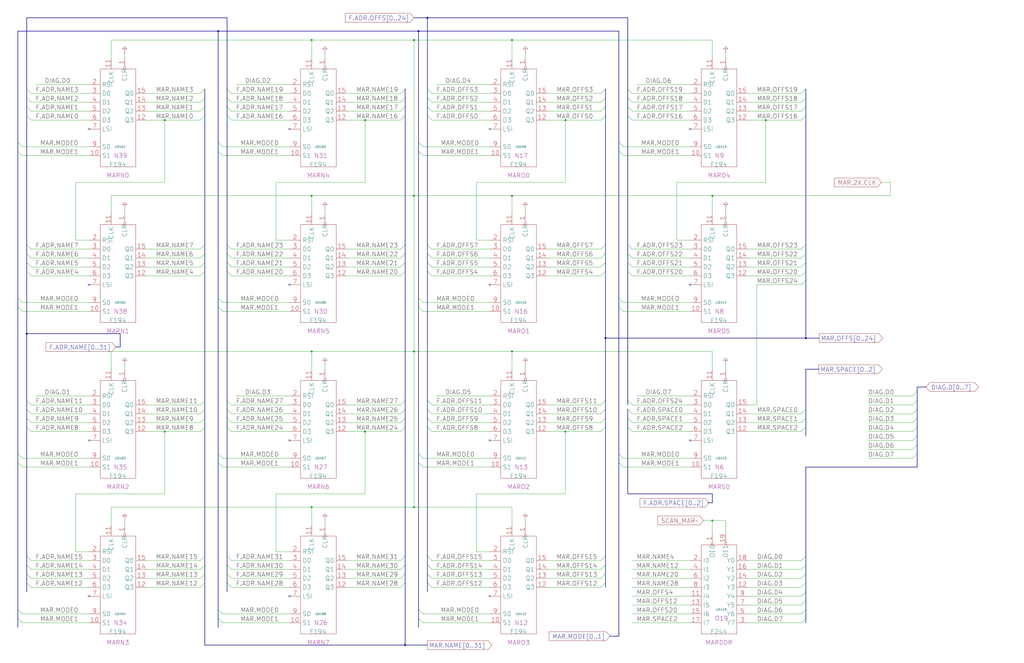
<source format=kicad_sch>
(kicad_sch (version 20250114) (generator "eeschema") (generator_version "9.0")
  (paper "User" 584.2 378.46)
  (title_block (title "MAR NAME AND OFFSET") (date "20-MAR-90") (rev "1.0") (comment 1 "FIU") (comment 2 "232-003065") (comment 3 "S400") (comment 4 "RELEASED"))
  (junction (at 406.4 297.18))
  (junction (at 292.1 200.66))
  (junction (at 406.4 111.76))
  (junction (at 236.22 111.76))
  (junction (at 292.1 22.86))
  (junction (at 231.14 368.3))
  (junction (at 236.22 200.66))
  (junction (at 177.8 22.86))
  (junction (at 292.1 111.76))
  (junction (at 243.84 10.16))
  (junction (at 322.58 246.38))
  (junction (at 236.22 22.86))
  (junction (at 208.28 68.58))
  (junction (at 177.8 289.56))
  (junction (at 15.24 190.5))
  (junction (at 236.22 289.56))
  (junction (at 208.28 246.38))
  (junction (at 93.98 68.58))
  (junction (at 322.58 68.58))
  (junction (at 124.46 17.78))
  (junction (at 177.8 111.76))
  (junction (at 345.44 193.04))
  (junction (at 93.98 246.38))
  (junction (at 459.74 193.04))
  (junction (at 177.8 200.66))
  (junction (at 238.76 17.78))
  (junction (at 436.88 68.58))
  (no_connect (at 279.4 251.46))
  (no_connect (at 50.8 340.36))
  (no_connect (at 165.1 73.66))
  (no_connect (at 279.4 73.66))
  (no_connect (at 279.4 162.56))
  (no_connect (at 50.8 162.56))
  (no_connect (at 165.1 340.36))
  (no_connect (at 393.7 251.46))
  (no_connect (at 165.1 251.46))
  (no_connect (at 279.4 340.36))
  (no_connect (at 165.1 162.56))
  (no_connect (at 393.7 73.66))
  (no_connect (at 50.8 73.66))
  (no_connect (at 393.7 162.56))
  (no_connect (at 50.8 251.46))
  (bus_entry (at 345.44 317.5) (size -2.54 2.54))
  (bus_entry (at 129.54 317.5) (size 2.54 2.54))
  (bus_entry (at 358.14 139.7) (size 2.54 2.54))
  (bus_entry (at 243.84 238.76) (size 2.54 2.54))
  (bus_entry (at 116.84 149.86) (size -2.54 2.54))
  (bus_entry (at 124.46 259.08) (size 2.54 2.54))
  (bus_entry (at 345.44 154.94) (size -2.54 2.54))
  (bus_entry (at 15.24 50.8) (size 2.54 2.54))
  (bus_entry (at 459.74 144.78) (size -2.54 2.54))
  (bus_entry (at 129.54 238.76) (size 2.54 2.54))
  (bus_entry (at 15.24 332.74) (size 2.54 2.54))
  (bus_entry (at 116.84 228.6) (size -2.54 2.54))
  (bus_entry (at 243.84 317.5) (size 2.54 2.54))
  (bus_entry (at 243.84 332.74) (size 2.54 2.54))
  (bus_entry (at 238.76 353.06) (size 2.54 2.54))
  (bus_entry (at 231.14 327.66) (size -2.54 2.54))
  (bus_entry (at 345.44 327.66) (size -2.54 2.54))
  (bus_entry (at 358.14 228.6) (size 2.54 2.54))
  (bus_entry (at 358.14 154.94) (size 2.54 2.54))
  (bus_entry (at 129.54 327.66) (size 2.54 2.54))
  (bus_entry (at 116.84 66.04) (size -2.54 2.54))
  (bus_entry (at 116.84 144.78) (size -2.54 2.54))
  (bus_entry (at 129.54 55.88) (size 2.54 2.54))
  (bus_entry (at 353.06 170.18) (size 2.54 2.54))
  (bus_entry (at 238.76 175.26) (size 2.54 2.54))
  (bus_entry (at 231.14 149.86) (size -2.54 2.54))
  (bus_entry (at 124.46 86.36) (size 2.54 2.54))
  (bus_entry (at 243.84 243.84) (size 2.54 2.54))
  (bus_entry (at 231.14 154.94) (size -2.54 2.54))
  (bus_entry (at 231.14 332.74) (size -2.54 2.54))
  (bus_entry (at 15.24 139.7) (size 2.54 2.54))
  (bus_entry (at 15.24 243.84) (size 2.54 2.54))
  (bus_entry (at 459.74 50.8) (size -2.54 2.54))
  (bus_entry (at 231.14 50.8) (size -2.54 2.54))
  (bus_entry (at 345.44 332.74) (size -2.54 2.54))
  (bus_entry (at 459.74 243.84) (size -2.54 2.54))
  (bus_entry (at 353.06 81.28) (size 2.54 2.54))
  (bus_entry (at 459.74 66.04) (size -2.54 2.54))
  (bus_entry (at 459.74 327.66) (size -2.54 2.54))
  (bus_entry (at 358.14 243.84) (size 2.54 2.54))
  (bus_entry (at 459.74 353.06) (size -2.54 2.54))
  (bus_entry (at 345.44 144.78) (size -2.54 2.54))
  (bus_entry (at 231.14 233.68) (size -2.54 2.54))
  (bus_entry (at 231.14 144.78) (size -2.54 2.54))
  (bus_entry (at 238.76 259.08) (size 2.54 2.54))
  (bus_entry (at 345.44 139.7) (size -2.54 2.54))
  (bus_entry (at 238.76 170.18) (size 2.54 2.54))
  (bus_entry (at 231.14 243.84) (size -2.54 2.54))
  (bus_entry (at 238.76 264.16) (size 2.54 2.54))
  (bus_entry (at 459.74 322.58) (size -2.54 2.54))
  (bus_entry (at 15.24 144.78) (size 2.54 2.54))
  (bus_entry (at 231.14 66.04) (size -2.54 2.54))
  (bus_entry (at 124.46 175.26) (size 2.54 2.54))
  (bus_entry (at 345.44 55.88) (size -2.54 2.54))
  (bus_entry (at 523.24 223.52) (size -2.54 2.54))
  (bus_entry (at 345.44 243.84) (size -2.54 2.54))
  (bus_entry (at 243.84 149.86) (size 2.54 2.54))
  (bus_entry (at 124.46 264.16) (size 2.54 2.54))
  (bus_entry (at 523.24 243.84) (size -2.54 2.54))
  (bus_entry (at 358.14 233.68) (size 2.54 2.54))
  (bus_entry (at 353.06 86.36) (size 2.54 2.54))
  (bus_entry (at 129.54 149.86) (size 2.54 2.54))
  (bus_entry (at 231.14 228.6) (size -2.54 2.54))
  (bus_entry (at 459.74 317.5) (size -2.54 2.54))
  (bus_entry (at 345.44 50.8) (size -2.54 2.54))
  (bus_entry (at 345.44 60.96) (size -2.54 2.54))
  (bus_entry (at 10.16 170.18) (size 2.54 2.54))
  (bus_entry (at 345.44 322.58) (size -2.54 2.54))
  (bus_entry (at 358.14 149.86) (size 2.54 2.54))
  (bus_entry (at 345.44 66.04) (size -2.54 2.54))
  (bus_entry (at 353.06 175.26) (size 2.54 2.54))
  (bus_entry (at 353.06 259.08) (size 2.54 2.54))
  (bus_entry (at 358.14 55.88) (size 2.54 2.54))
  (bus_entry (at 116.84 317.5) (size -2.54 2.54))
  (bus_entry (at 243.84 66.04) (size 2.54 2.54))
  (bus_entry (at 523.24 238.76) (size -2.54 2.54))
  (bus_entry (at 116.84 243.84) (size -2.54 2.54))
  (bus_entry (at 116.84 233.68) (size -2.54 2.54))
  (bus_entry (at 116.84 55.88) (size -2.54 2.54))
  (bus_entry (at 353.06 264.16) (size 2.54 2.54))
  (bus_entry (at 459.74 347.98) (size -2.54 2.54))
  (bus_entry (at 116.84 332.74) (size -2.54 2.54))
  (bus_entry (at 15.24 322.58) (size 2.54 2.54))
  (bus_entry (at 231.14 317.5) (size -2.54 2.54))
  (bus_entry (at 10.16 86.36) (size 2.54 2.54))
  (bus_entry (at 116.84 238.76) (size -2.54 2.54))
  (bus_entry (at 459.74 149.86) (size -2.54 2.54))
  (bus_entry (at 116.84 50.8) (size -2.54 2.54))
  (bus_entry (at 459.74 238.76) (size -2.54 2.54))
  (bus_entry (at 523.24 254) (size -2.54 2.54))
  (bus_entry (at 243.84 154.94) (size 2.54 2.54))
  (bus_entry (at 243.84 144.78) (size 2.54 2.54))
  (bus_entry (at 345.44 149.86) (size -2.54 2.54))
  (bus_entry (at 15.24 238.76) (size 2.54 2.54))
  (bus_entry (at 129.54 60.96) (size 2.54 2.54))
  (bus_entry (at 243.84 233.68) (size 2.54 2.54))
  (bus_entry (at 15.24 233.68) (size 2.54 2.54))
  (bus_entry (at 124.46 170.18) (size 2.54 2.54))
  (bus_entry (at 231.14 139.7) (size -2.54 2.54))
  (bus_entry (at 129.54 154.94) (size 2.54 2.54))
  (bus_entry (at 238.76 347.98) (size 2.54 2.54))
  (bus_entry (at 129.54 228.6) (size 2.54 2.54))
  (bus_entry (at 231.14 55.88) (size -2.54 2.54))
  (bus_entry (at 129.54 233.68) (size 2.54 2.54))
  (bus_entry (at 243.84 322.58) (size 2.54 2.54))
  (bus_entry (at 129.54 144.78) (size 2.54 2.54))
  (bus_entry (at 523.24 228.6) (size -2.54 2.54))
  (bus_entry (at 15.24 327.66) (size 2.54 2.54))
  (bus_entry (at 129.54 243.84) (size 2.54 2.54))
  (bus_entry (at 231.14 322.58) (size -2.54 2.54))
  (bus_entry (at 358.14 238.76) (size 2.54 2.54))
  (bus_entry (at 459.74 60.96) (size -2.54 2.54))
  (bus_entry (at 10.16 347.98) (size 2.54 2.54))
  (bus_entry (at 15.24 66.04) (size 2.54 2.54))
  (bus_entry (at 459.74 342.9) (size -2.54 2.54))
  (bus_entry (at 243.84 60.96) (size 2.54 2.54))
  (bus_entry (at 116.84 60.96) (size -2.54 2.54))
  (bus_entry (at 238.76 86.36) (size 2.54 2.54))
  (bus_entry (at 523.24 259.08) (size -2.54 2.54))
  (bus_entry (at 129.54 139.7) (size 2.54 2.54))
  (bus_entry (at 243.84 50.8) (size 2.54 2.54))
  (bus_entry (at 129.54 50.8) (size 2.54 2.54))
  (bus_entry (at 459.74 55.88) (size -2.54 2.54))
  (bus_entry (at 124.46 353.06) (size 2.54 2.54))
  (bus_entry (at 459.74 139.7) (size -2.54 2.54))
  (bus_entry (at 15.24 228.6) (size 2.54 2.54))
  (bus_entry (at 459.74 154.94) (size -2.54 2.54))
  (bus_entry (at 231.14 238.76) (size -2.54 2.54))
  (bus_entry (at 243.84 55.88) (size 2.54 2.54))
  (bus_entry (at 523.24 248.92) (size -2.54 2.54))
  (bus_entry (at 15.24 154.94) (size 2.54 2.54))
  (bus_entry (at 15.24 55.88) (size 2.54 2.54))
  (bus_entry (at 10.16 259.08) (size 2.54 2.54))
  (bus_entry (at 10.16 81.28) (size 2.54 2.54))
  (bus_entry (at 15.24 60.96) (size 2.54 2.54))
  (bus_entry (at 345.44 233.68) (size -2.54 2.54))
  (bus_entry (at 243.84 228.6) (size 2.54 2.54))
  (bus_entry (at 10.16 264.16) (size 2.54 2.54))
  (bus_entry (at 243.84 139.7) (size 2.54 2.54))
  (bus_entry (at 116.84 322.58) (size -2.54 2.54))
  (bus_entry (at 345.44 228.6) (size -2.54 2.54))
  (bus_entry (at 358.14 50.8) (size 2.54 2.54))
  (bus_entry (at 345.44 238.76) (size -2.54 2.54))
  (bus_entry (at 459.74 233.68) (size -2.54 2.54))
  (bus_entry (at 129.54 322.58) (size 2.54 2.54))
  (bus_entry (at 358.14 60.96) (size 2.54 2.54))
  (bus_entry (at 358.14 144.78) (size 2.54 2.54))
  (bus_entry (at 459.74 332.74) (size -2.54 2.54))
  (bus_entry (at 238.76 81.28) (size 2.54 2.54))
  (bus_entry (at 459.74 160.02) (size -2.54 2.54))
  (bus_entry (at 116.84 327.66) (size -2.54 2.54))
  (bus_entry (at 10.16 175.26) (size 2.54 2.54))
  (bus_entry (at 523.24 233.68) (size -2.54 2.54))
  (bus_entry (at 129.54 332.74) (size 2.54 2.54))
  (bus_entry (at 124.46 347.98) (size 2.54 2.54))
  (bus_entry (at 124.46 81.28) (size 2.54 2.54))
  (bus_entry (at 459.74 337.82) (size -2.54 2.54))
  (bus_entry (at 243.84 327.66) (size 2.54 2.54))
  (bus_entry (at 10.16 353.06) (size 2.54 2.54))
  (bus_entry (at 116.84 154.94) (size -2.54 2.54))
  (bus_entry (at 358.14 66.04) (size 2.54 2.54))
  (bus_entry (at 15.24 149.86) (size 2.54 2.54))
  (bus_entry (at 129.54 66.04) (size 2.54 2.54))
  (bus_entry (at 116.84 139.7) (size -2.54 2.54))
  (bus_entry (at 231.14 60.96) (size -2.54 2.54))
  (bus_entry (at 15.24 317.5) (size 2.54 2.54))
  (wire (pts (xy 360.68 152.4) (xy 393.7 152.4)))
  (wire (pts (xy 246.38 147.32) (xy 279.4 147.32)))
  (bus (pts (xy 129.54 55.88) (xy 129.54 60.96)))
  (wire (pts (xy 83.82 53.34) (xy 114.3 53.34)))
  (bus (pts (xy 68.58 198.12) (xy 68.58 190.5)))
  (wire (pts (xy 127 177.8) (xy 165.1 177.8)))
  (wire (pts (xy 355.6 88.9) (xy 393.7 88.9)))
  (wire (pts (xy 292.1 111.76) (xy 406.4 111.76)))
  (bus (pts (xy 459.74 243.84) (xy 459.74 248.92)))
  (bus (pts (xy 345.44 193.04) (xy 345.44 228.6)))
  (wire (pts (xy 241.3 261.62) (xy 279.4 261.62)))
  (wire (pts (xy 360.68 63.5) (xy 393.7 63.5)))
  (bus (pts (xy 231.14 317.5) (xy 231.14 322.58)))
  (bus (pts (xy 15.24 144.78) (xy 15.24 149.86)))
  (bus (pts (xy 358.14 154.94) (xy 358.14 228.6)))
  (bus (pts (xy 10.16 86.36) (xy 10.16 170.18)))
  (bus (pts (xy 231.14 149.86) (xy 231.14 154.94)))
  (wire (pts (xy 198.12 330.2) (xy 228.6 330.2)))
  (wire (pts (xy 12.7 355.6) (xy 50.8 355.6)))
  (bus (pts (xy 523.24 228.6) (xy 523.24 233.68)))
  (wire (pts (xy 360.68 340.36) (xy 393.7 340.36)))
  (wire (pts (xy 426.72 147.32) (xy 457.2 147.32)))
  (wire (pts (xy 360.68 330.2) (xy 393.7 330.2)))
  (bus (pts (xy 523.24 220.98) (xy 528.32 220.98)))
  (wire (pts (xy 271.78 281.94) (xy 271.78 314.96)))
  (wire (pts (xy 177.8 289.56) (xy 236.22 289.56)))
  (wire (pts (xy 177.8 22.86) (xy 236.22 22.86)))
  (bus (pts (xy 459.74 154.94) (xy 459.74 160.02)))
  (wire (pts (xy 426.72 325.12) (xy 457.2 325.12)))
  (bus (pts (xy 116.84 144.78) (xy 116.84 149.86)))
  (bus (pts (xy 124.46 81.28) (xy 124.46 86.36)))
  (wire (pts (xy 246.38 68.58) (xy 279.4 68.58)))
  (wire (pts (xy 132.08 320.04) (xy 165.1 320.04)))
  (bus (pts (xy 353.06 264.16) (xy 353.06 363.22)))
  (bus (pts (xy 129.54 144.78) (xy 129.54 149.86)))
  (bus (pts (xy 15.24 50.8) (xy 15.24 55.88)))
  (wire (pts (xy 312.42 236.22) (xy 342.9 236.22)))
  (bus (pts (xy 345.44 322.58) (xy 345.44 327.66)))
  (wire (pts (xy 177.8 111.76) (xy 177.8 121.92)))
  (wire (pts (xy 360.68 345.44) (xy 393.7 345.44)))
  (wire (pts (xy 17.78 325.12) (xy 50.8 325.12)))
  (wire (pts (xy 83.82 236.22) (xy 114.3 236.22)))
  (wire (pts (xy 426.72 340.36) (xy 457.2 340.36)))
  (wire (pts (xy 17.78 320.04) (xy 50.8 320.04)))
  (wire (pts (xy 360.68 241.3) (xy 393.7 241.3)))
  (bus (pts (xy 124.46 175.26) (xy 124.46 259.08)))
  (wire (pts (xy 271.78 314.96) (xy 279.4 314.96)))
  (bus (pts (xy 403.86 287.02) (xy 406.4 287.02)))
  (wire (pts (xy 17.78 63.5) (xy 50.8 63.5)))
  (bus (pts (xy 124.46 86.36) (xy 124.46 170.18)))
  (bus (pts (xy 358.14 55.88) (xy 358.14 60.96)))
  (bus (pts (xy 523.24 243.84) (xy 523.24 248.92)))
  (wire (pts (xy 208.28 104.14) (xy 157.48 104.14)))
  (wire (pts (xy 17.78 147.32) (xy 50.8 147.32)))
  (wire (pts (xy 177.8 200.66) (xy 236.22 200.66)))
  (wire (pts (xy 198.12 58.42) (xy 228.6 58.42)))
  (bus (pts (xy 231.14 55.88) (xy 231.14 60.96)))
  (wire (pts (xy 17.78 241.3) (xy 50.8 241.3)))
  (wire (pts (xy 198.12 320.04) (xy 228.6 320.04)))
  (wire (pts (xy 248.92 226.06) (xy 279.4 226.06)))
  (wire (pts (xy 241.3 177.8) (xy 279.4 177.8)))
  (wire (pts (xy 63.5 200.66) (xy 177.8 200.66)))
  (bus (pts (xy 243.84 149.86) (xy 243.84 154.94)))
  (wire (pts (xy 132.08 335.28) (xy 165.1 335.28)))
  (wire (pts (xy 63.5 111.76) (xy 177.8 111.76)))
  (bus (pts (xy 15.24 10.16) (xy 129.54 10.16)))
  (bus (pts (xy 459.74 317.5) (xy 459.74 322.58)))
  (wire (pts (xy 312.42 335.28) (xy 342.9 335.28)))
  (wire (pts (xy 127 266.7) (xy 165.1 266.7)))
  (wire (pts (xy 246.38 63.5) (xy 279.4 63.5)))
  (wire (pts (xy 83.82 335.28) (xy 114.3 335.28)))
  (wire (pts (xy 198.12 152.4) (xy 228.6 152.4)))
  (wire (pts (xy 426.72 236.22) (xy 457.2 236.22)))
  (bus (pts (xy 238.76 81.28) (xy 238.76 86.36)))
  (bus (pts (xy 243.84 228.6) (xy 243.84 233.68)))
  (bus (pts (xy 459.74 55.88) (xy 459.74 60.96)))
  (wire (pts (xy 236.22 22.86) (xy 236.22 111.76)))
  (wire (pts (xy 157.48 281.94) (xy 157.48 314.96)))
  (bus (pts (xy 243.84 327.66) (xy 243.84 332.74)))
  (wire (pts (xy 363.22 48.26) (xy 393.7 48.26)))
  (wire (pts (xy 246.38 241.3) (xy 279.4 241.3)))
  (bus (pts (xy 358.14 139.7) (xy 358.14 144.78)))
  (wire (pts (xy 246.38 152.4) (xy 279.4 152.4)))
  (bus (pts (xy 231.14 50.8) (xy 231.14 55.88)))
  (bus (pts (xy 345.44 327.66) (xy 345.44 332.74)))
  (wire (pts (xy 157.48 314.96) (xy 165.1 314.96)))
  (bus (pts (xy 116.84 322.58) (xy 116.84 327.66)))
  (wire (pts (xy 312.42 246.38) (xy 322.58 246.38)))
  (bus (pts (xy 15.24 66.04) (xy 15.24 139.7)))
  (wire (pts (xy 495.3 251.46) (xy 520.7 251.46)))
  (bus (pts (xy 129.54 50.8) (xy 129.54 55.88)))
  (wire (pts (xy 406.4 297.18) (xy 414.02 297.18)))
  (wire (pts (xy 208.28 281.94) (xy 157.48 281.94)))
  (bus (pts (xy 459.74 139.7) (xy 459.74 144.78)))
  (wire (pts (xy 360.68 236.22) (xy 393.7 236.22)))
  (wire (pts (xy 185.42 30.48) (xy 185.42 33.02)))
  (bus (pts (xy 459.74 266.7) (xy 523.24 266.7)))
  (bus (pts (xy 15.24 327.66) (xy 15.24 332.74)))
  (wire (pts (xy 414.02 304.8) (xy 414.02 297.18)))
  (bus (pts (xy 116.84 55.88) (xy 116.84 60.96)))
  (wire (pts (xy 83.82 231.14) (xy 114.3 231.14)))
  (bus (pts (xy 231.14 233.68) (xy 231.14 238.76)))
  (wire (pts (xy 132.08 53.34) (xy 165.1 53.34)))
  (wire (pts (xy 132.08 152.4) (xy 165.1 152.4)))
  (wire (pts (xy 406.4 304.8) (xy 406.4 297.18)))
  (wire (pts (xy 360.68 231.14) (xy 393.7 231.14)))
  (wire (pts (xy 246.38 236.22) (xy 279.4 236.22)))
  (bus (pts (xy 459.74 337.82) (xy 459.74 342.9)))
  (bus (pts (xy 15.24 238.76) (xy 15.24 243.84)))
  (wire (pts (xy 157.48 137.16) (xy 165.1 137.16)))
  (bus (pts (xy 231.14 154.94) (xy 231.14 228.6)))
  (wire (pts (xy 360.68 350.52) (xy 393.7 350.52)))
  (bus (pts (xy 345.44 193.04) (xy 459.74 193.04)))
  (wire (pts (xy 17.78 330.2) (xy 50.8 330.2)))
  (bus (pts (xy 347.98 363.22) (xy 353.06 363.22)))
  (wire (pts (xy 360.68 53.34) (xy 393.7 53.34)))
  (wire (pts (xy 292.1 200.66) (xy 292.1 210.82)))
  (bus (pts (xy 238.76 175.26) (xy 238.76 259.08)))
  (wire (pts (xy 406.4 22.86) (xy 406.4 33.02)))
  (wire (pts (xy 386.08 137.16) (xy 393.7 137.16)))
  (wire (pts (xy 322.58 281.94) (xy 271.78 281.94)))
  (wire (pts (xy 127 355.6) (xy 165.1 355.6)))
  (wire (pts (xy 83.82 325.12) (xy 114.3 325.12)))
  (bus (pts (xy 459.74 342.9) (xy 459.74 347.98)))
  (wire (pts (xy 436.88 68.58) (xy 457.2 68.58)))
  (bus (pts (xy 10.16 347.98) (xy 10.16 353.06)))
  (bus (pts (xy 243.84 243.84) (xy 243.84 317.5)))
  (bus (pts (xy 231.14 368.3) (xy 243.84 368.3)))
  (wire (pts (xy 495.3 226.06) (xy 520.7 226.06)))
  (bus (pts (xy 15.24 243.84) (xy 15.24 317.5)))
  (wire (pts (xy 436.88 68.58) (xy 436.88 104.14)))
  (bus (pts (xy 10.16 17.78) (xy 10.16 81.28)))
  (wire (pts (xy 426.72 152.4) (xy 457.2 152.4)))
  (bus (pts (xy 238.76 259.08) (xy 238.76 264.16)))
  (wire (pts (xy 63.5 22.86) (xy 63.5 33.02)))
  (wire (pts (xy 246.38 142.24) (xy 279.4 142.24)))
  (bus (pts (xy 243.84 238.76) (xy 243.84 243.84)))
  (bus (pts (xy 345.44 317.5) (xy 345.44 322.58)))
  (wire (pts (xy 43.18 281.94) (xy 43.18 314.96)))
  (bus (pts (xy 231.14 60.96) (xy 231.14 66.04)))
  (wire (pts (xy 132.08 142.24) (xy 165.1 142.24)))
  (bus (pts (xy 116.84 332.74) (xy 116.84 368.3)))
  (wire (pts (xy 208.28 246.38) (xy 228.6 246.38)))
  (wire (pts (xy 299.72 297.18) (xy 299.72 299.72)))
  (bus (pts (xy 459.74 210.82) (xy 459.74 233.68)))
  (bus (pts (xy 124.46 347.98) (xy 124.46 353.06)))
  (wire (pts (xy 134.62 226.06) (xy 165.1 226.06)))
  (wire (pts (xy 401.32 297.18) (xy 406.4 297.18)))
  (bus (pts (xy 459.74 66.04) (xy 459.74 139.7)))
  (wire (pts (xy 360.68 142.24) (xy 393.7 142.24)))
  (bus (pts (xy 231.14 243.84) (xy 231.14 317.5)))
  (bus (pts (xy 15.24 154.94) (xy 15.24 190.5)))
  (bus (pts (xy 345.44 332.74) (xy 345.44 335.28)))
  (wire (pts (xy 198.12 142.24) (xy 228.6 142.24)))
  (bus (pts (xy 129.54 60.96) (xy 129.54 66.04)))
  (wire (pts (xy 198.12 246.38) (xy 208.28 246.38)))
  (wire (pts (xy 426.72 58.42) (xy 457.2 58.42)))
  (wire (pts (xy 198.12 335.28) (xy 228.6 335.28)))
  (bus (pts (xy 238.76 170.18) (xy 238.76 175.26)))
  (bus (pts (xy 231.14 332.74) (xy 231.14 368.3)))
  (wire (pts (xy 12.7 88.9) (xy 50.8 88.9)))
  (bus (pts (xy 459.74 210.82) (xy 467.36 210.82)))
  (wire (pts (xy 241.3 350.52) (xy 279.4 350.52)))
  (bus (pts (xy 238.76 17.78) (xy 238.76 81.28)))
  (bus (pts (xy 243.84 139.7) (xy 243.84 144.78)))
  (wire (pts (xy 132.08 330.2) (xy 165.1 330.2)))
  (wire (pts (xy 198.12 157.48) (xy 228.6 157.48)))
  (wire (pts (xy 292.1 111.76) (xy 292.1 121.92)))
  (wire (pts (xy 63.5 22.86) (xy 177.8 22.86)))
  (wire (pts (xy 17.78 142.24) (xy 50.8 142.24)))
  (bus (pts (xy 231.14 144.78) (xy 231.14 149.86)))
  (bus (pts (xy 345.44 243.84) (xy 345.44 317.5)))
  (wire (pts (xy 508 104.14) (xy 502.92 104.14)))
  (bus (pts (xy 243.84 10.16) (xy 243.84 50.8)))
  (bus (pts (xy 353.06 175.26) (xy 353.06 259.08)))
  (wire (pts (xy 355.6 172.72) (xy 393.7 172.72)))
  (wire (pts (xy 426.72 63.5) (xy 457.2 63.5)))
  (wire (pts (xy 426.72 157.48) (xy 457.2 157.48)))
  (bus (pts (xy 353.06 86.36) (xy 353.06 170.18)))
  (wire (pts (xy 312.42 142.24) (xy 342.9 142.24)))
  (bus (pts (xy 243.84 10.16) (xy 358.14 10.16)))
  (wire (pts (xy 312.42 325.12) (xy 342.9 325.12)))
  (bus (pts (xy 116.84 368.3) (xy 231.14 368.3)))
  (bus (pts (xy 129.54 66.04) (xy 129.54 139.7)))
  (wire (pts (xy 132.08 231.14) (xy 165.1 231.14)))
  (wire (pts (xy 93.98 68.58) (xy 93.98 104.14)))
  (bus (pts (xy 116.84 60.96) (xy 116.84 66.04)))
  (bus (pts (xy 459.74 327.66) (xy 459.74 332.74)))
  (wire (pts (xy 83.82 320.04) (xy 114.3 320.04)))
  (wire (pts (xy 93.98 281.94) (xy 43.18 281.94)))
  (wire (pts (xy 185.42 208.28) (xy 185.42 210.82)))
  (wire (pts (xy 322.58 246.38) (xy 322.58 281.94)))
  (wire (pts (xy 426.72 68.58) (xy 436.88 68.58)))
  (bus (pts (xy 116.84 154.94) (xy 116.84 228.6)))
  (wire (pts (xy 292.1 289.56) (xy 292.1 299.72)))
  (wire (pts (xy 360.68 246.38) (xy 393.7 246.38)))
  (wire (pts (xy 292.1 22.86) (xy 292.1 33.02)))
  (wire (pts (xy 83.82 152.4) (xy 114.3 152.4)))
  (bus (pts (xy 345.44 66.04) (xy 345.44 139.7)))
  (wire (pts (xy 71.12 30.48) (xy 71.12 33.02)))
  (bus (pts (xy 243.84 322.58) (xy 243.84 327.66)))
  (wire (pts (xy 246.38 325.12) (xy 279.4 325.12)))
  (wire (pts (xy 426.72 142.24) (xy 457.2 142.24)))
  (wire (pts (xy 241.3 88.9) (xy 279.4 88.9)))
  (bus (pts (xy 231.14 238.76) (xy 231.14 243.84)))
  (wire (pts (xy 246.38 246.38) (xy 279.4 246.38)))
  (wire (pts (xy 177.8 22.86) (xy 177.8 33.02)))
  (bus (pts (xy 358.14 50.8) (xy 358.14 55.88)))
  (bus (pts (xy 10.16 259.08) (xy 10.16 264.16)))
  (bus (pts (xy 243.84 144.78) (xy 243.84 149.86)))
  (wire (pts (xy 241.3 172.72) (xy 279.4 172.72)))
  (wire (pts (xy 360.68 68.58) (xy 393.7 68.58)))
  (bus (pts (xy 116.84 327.66) (xy 116.84 332.74)))
  (wire (pts (xy 355.6 83.82) (xy 393.7 83.82)))
  (wire (pts (xy 132.08 241.3) (xy 165.1 241.3)))
  (bus (pts (xy 15.24 190.5) (xy 15.24 228.6)))
  (bus (pts (xy 15.24 139.7) (xy 15.24 144.78)))
  (wire (pts (xy 236.22 22.86) (xy 292.1 22.86)))
  (wire (pts (xy 360.68 335.28) (xy 393.7 335.28)))
  (wire (pts (xy 360.68 325.12) (xy 393.7 325.12)))
  (wire (pts (xy 312.42 152.4) (xy 342.9 152.4)))
  (bus (pts (xy 459.74 160.02) (xy 459.74 193.04)))
  (bus (pts (xy 358.14 233.68) (xy 358.14 238.76)))
  (wire (pts (xy 246.38 330.2) (xy 279.4 330.2)))
  (wire (pts (xy 322.58 104.14) (xy 271.78 104.14)))
  (wire (pts (xy 414.02 208.28) (xy 414.02 210.82)))
  (bus (pts (xy 353.06 259.08) (xy 353.06 264.16)))
  (bus (pts (xy 238.76 86.36) (xy 238.76 170.18)))
  (wire (pts (xy 312.42 330.2) (xy 342.9 330.2)))
  (wire (pts (xy 127 350.52) (xy 165.1 350.52)))
  (wire (pts (xy 63.5 289.56) (xy 177.8 289.56)))
  (bus (pts (xy 459.74 353.06) (xy 459.74 355.6)))
  (wire (pts (xy 312.42 68.58) (xy 322.58 68.58)))
  (wire (pts (xy 12.7 83.82) (xy 50.8 83.82)))
  (wire (pts (xy 386.08 104.14) (xy 386.08 137.16)))
  (wire (pts (xy 246.38 320.04) (xy 279.4 320.04)))
  (wire (pts (xy 355.6 261.62) (xy 393.7 261.62)))
  (bus (pts (xy 459.74 238.76) (xy 459.74 243.84)))
  (wire (pts (xy 360.68 58.42) (xy 393.7 58.42)))
  (bus (pts (xy 10.16 264.16) (xy 10.16 347.98)))
  (bus (pts (xy 231.14 327.66) (xy 231.14 332.74)))
  (bus (pts (xy 243.84 66.04) (xy 243.84 139.7)))
  (wire (pts (xy 198.12 236.22) (xy 228.6 236.22)))
  (bus (pts (xy 459.74 149.86) (xy 459.74 154.94)))
  (wire (pts (xy 241.3 83.82) (xy 279.4 83.82)))
  (wire (pts (xy 83.82 330.2) (xy 114.3 330.2)))
  (wire (pts (xy 83.82 142.24) (xy 114.3 142.24)))
  (bus (pts (xy 523.24 248.92) (xy 523.24 254)))
  (bus (pts (xy 459.74 322.58) (xy 459.74 327.66)))
  (bus (pts (xy 10.16 353.06) (xy 10.16 358.14)))
  (bus (pts (xy 129.54 228.6) (xy 129.54 233.68)))
  (wire (pts (xy 312.42 53.34) (xy 342.9 53.34)))
  (wire (pts (xy 83.82 241.3) (xy 114.3 241.3)))
  (wire (pts (xy 426.72 330.2) (xy 457.2 330.2)))
  (bus (pts (xy 124.46 259.08) (xy 124.46 264.16)))
  (wire (pts (xy 292.1 22.86) (xy 406.4 22.86)))
  (wire (pts (xy 198.12 53.34) (xy 228.6 53.34)))
  (wire (pts (xy 17.78 152.4) (xy 50.8 152.4)))
  (bus (pts (xy 116.84 238.76) (xy 116.84 243.84)))
  (bus (pts (xy 10.16 81.28) (xy 10.16 86.36)))
  (wire (pts (xy 241.3 355.6) (xy 279.4 355.6)))
  (wire (pts (xy 12.7 172.72) (xy 50.8 172.72)))
  (bus (pts (xy 116.84 50.8) (xy 116.84 55.88)))
  (bus (pts (xy 345.44 144.78) (xy 345.44 149.86)))
  (bus (pts (xy 129.54 243.84) (xy 129.54 317.5)))
  (wire (pts (xy 127 172.72) (xy 165.1 172.72)))
  (wire (pts (xy 426.72 355.6) (xy 457.2 355.6)))
  (wire (pts (xy 43.18 137.16) (xy 50.8 137.16)))
  (wire (pts (xy 20.32 48.26) (xy 50.8 48.26)))
  (wire (pts (xy 208.28 68.58) (xy 208.28 104.14)))
  (wire (pts (xy 71.12 119.38) (xy 71.12 121.92)))
  (bus (pts (xy 345.44 233.68) (xy 345.44 238.76)))
  (wire (pts (xy 157.48 104.14) (xy 157.48 137.16)))
  (bus (pts (xy 236.22 10.16) (xy 243.84 10.16)))
  (wire (pts (xy 406.4 200.66) (xy 406.4 210.82)))
  (wire (pts (xy 132.08 63.5) (xy 165.1 63.5)))
  (wire (pts (xy 17.78 231.14) (xy 50.8 231.14)))
  (wire (pts (xy 83.82 58.42) (xy 114.3 58.42)))
  (wire (pts (xy 406.4 111.76) (xy 508 111.76)))
  (bus (pts (xy 238.76 17.78) (xy 353.06 17.78)))
  (bus (pts (xy 243.84 332.74) (xy 243.84 337.82)))
  (wire (pts (xy 312.42 63.5) (xy 342.9 63.5)))
  (bus (pts (xy 124.46 353.06) (xy 124.46 358.14)))
  (wire (pts (xy 132.08 246.38) (xy 165.1 246.38)))
  (bus (pts (xy 345.44 139.7) (xy 345.44 144.78)))
  (bus (pts (xy 459.74 50.8) (xy 459.74 55.88)))
  (wire (pts (xy 12.7 261.62) (xy 50.8 261.62)))
  (wire (pts (xy 246.38 58.42) (xy 279.4 58.42)))
  (wire (pts (xy 134.62 48.26) (xy 165.1 48.26)))
  (bus (pts (xy 129.54 154.94) (xy 129.54 228.6)))
  (bus (pts (xy 345.44 60.96) (xy 345.44 66.04)))
  (bus (pts (xy 129.54 149.86) (xy 129.54 154.94)))
  (bus (pts (xy 243.84 60.96) (xy 243.84 66.04)))
  (wire (pts (xy 271.78 104.14) (xy 271.78 137.16)))
  (bus (pts (xy 68.58 190.5) (xy 15.24 190.5)))
  (wire (pts (xy 236.22 200.66) (xy 292.1 200.66)))
  (bus (pts (xy 10.16 170.18) (xy 10.16 175.26)))
  (bus (pts (xy 15.24 332.74) (xy 15.24 337.82)))
  (bus (pts (xy 129.54 238.76) (xy 129.54 243.84)))
  (bus (pts (xy 15.24 10.16) (xy 15.24 50.8)))
  (wire (pts (xy 185.42 119.38) (xy 185.42 121.92)))
  (bus (pts (xy 15.24 233.68) (xy 15.24 238.76)))
  (wire (pts (xy 17.78 157.48) (xy 50.8 157.48)))
  (wire (pts (xy 426.72 335.28) (xy 457.2 335.28)))
  (bus (pts (xy 238.76 264.16) (xy 238.76 347.98)))
  (wire (pts (xy 83.82 157.48) (xy 114.3 157.48)))
  (bus (pts (xy 15.24 149.86) (xy 15.24 154.94)))
  (wire (pts (xy 322.58 68.58) (xy 322.58 104.14)))
  (wire (pts (xy 198.12 63.5) (xy 228.6 63.5)))
  (wire (pts (xy 508 111.76) (xy 508 104.14)))
  (wire (pts (xy 363.22 226.06) (xy 393.7 226.06)))
  (wire (pts (xy 299.72 208.28) (xy 299.72 210.82)))
  (bus (pts (xy 129.54 139.7) (xy 129.54 144.78)))
  (wire (pts (xy 198.12 68.58) (xy 208.28 68.58)))
  (bus (pts (xy 523.24 233.68) (xy 523.24 238.76)))
  (wire (pts (xy 292.1 200.66) (xy 406.4 200.66)))
  (bus (pts (xy 523.24 223.52) (xy 523.24 228.6)))
  (bus (pts (xy 124.46 264.16) (xy 124.46 347.98)))
  (wire (pts (xy 93.98 246.38) (xy 114.3 246.38)))
  (wire (pts (xy 83.82 68.58) (xy 93.98 68.58)))
  (bus (pts (xy 358.14 144.78) (xy 358.14 149.86)))
  (wire (pts (xy 17.78 58.42) (xy 50.8 58.42)))
  (wire (pts (xy 198.12 241.3) (xy 228.6 241.3)))
  (wire (pts (xy 457.2 162.56) (xy 431.8 162.56)))
  (bus (pts (xy 243.84 233.68) (xy 243.84 238.76)))
  (wire (pts (xy 299.72 119.38) (xy 299.72 121.92)))
  (bus (pts (xy 459.74 233.68) (xy 459.74 238.76)))
  (wire (pts (xy 241.3 266.7) (xy 279.4 266.7)))
  (wire (pts (xy 132.08 325.12) (xy 165.1 325.12)))
  (bus (pts (xy 243.84 154.94) (xy 243.84 228.6)))
  (bus (pts (xy 523.24 254) (xy 523.24 259.08)))
  (wire (pts (xy 177.8 111.76) (xy 236.22 111.76)))
  (wire (pts (xy 17.78 335.28) (xy 50.8 335.28)))
  (bus (pts (xy 353.06 170.18) (xy 353.06 175.26)))
  (wire (pts (xy 360.68 320.04) (xy 393.7 320.04)))
  (bus (pts (xy 231.14 66.04) (xy 231.14 139.7)))
  (wire (pts (xy 208.28 68.58) (xy 228.6 68.58)))
  (wire (pts (xy 236.22 289.56) (xy 292.1 289.56)))
  (bus (pts (xy 459.74 332.74) (xy 459.74 337.82)))
  (bus (pts (xy 243.84 55.88) (xy 243.84 60.96)))
  (wire (pts (xy 246.38 231.14) (xy 279.4 231.14)))
  (wire (pts (xy 246.38 157.48) (xy 279.4 157.48)))
  (bus (pts (xy 358.14 243.84) (xy 358.14 281.94)))
  (wire (pts (xy 93.98 246.38) (xy 93.98 281.94)))
  (bus (pts (xy 459.74 347.98) (xy 459.74 353.06)))
  (wire (pts (xy 177.8 289.56) (xy 177.8 299.72)))
  (wire (pts (xy 236.22 111.76) (xy 236.22 200.66)))
  (bus (pts (xy 358.14 281.94) (xy 406.4 281.94)))
  (bus (pts (xy 523.24 220.98) (xy 523.24 223.52)))
  (wire (pts (xy 12.7 266.7) (xy 50.8 266.7)))
  (wire (pts (xy 360.68 147.32) (xy 393.7 147.32)))
  (wire (pts (xy 71.12 297.18) (xy 71.12 299.72)))
  (bus (pts (xy 345.44 154.94) (xy 345.44 193.04)))
  (bus (pts (xy 406.4 281.94) (xy 406.4 287.02)))
  (bus (pts (xy 459.74 60.96) (xy 459.74 66.04)))
  (wire (pts (xy 127 83.82) (xy 165.1 83.82)))
  (bus (pts (xy 243.84 317.5) (xy 243.84 322.58)))
  (bus (pts (xy 129.54 10.16) (xy 129.54 50.8)))
  (wire (pts (xy 17.78 53.34) (xy 50.8 53.34)))
  (wire (pts (xy 132.08 68.58) (xy 165.1 68.58)))
  (bus (pts (xy 345.44 55.88) (xy 345.44 60.96)))
  (wire (pts (xy 426.72 350.52) (xy 457.2 350.52)))
  (wire (pts (xy 83.82 63.5) (xy 114.3 63.5)))
  (bus (pts (xy 358.14 60.96) (xy 358.14 66.04)))
  (wire (pts (xy 431.8 231.14) (xy 426.72 231.14)))
  (bus (pts (xy 358.14 149.86) (xy 358.14 154.94)))
  (wire (pts (xy 246.38 53.34) (xy 279.4 53.34)))
  (bus (pts (xy 129.54 332.74) (xy 129.54 337.82)))
  (bus (pts (xy 124.46 17.78) (xy 124.46 81.28)))
  (bus (pts (xy 523.24 238.76) (xy 523.24 243.84)))
  (bus (pts (xy 116.84 317.5) (xy 116.84 322.58)))
  (wire (pts (xy 17.78 68.58) (xy 50.8 68.58)))
  (wire (pts (xy 495.3 241.3) (xy 520.7 241.3)))
  (wire (pts (xy 355.6 266.7) (xy 393.7 266.7)))
  (bus (pts (xy 345.44 238.76) (xy 345.44 243.84)))
  (wire (pts (xy 127 88.9) (xy 165.1 88.9)))
  (bus (pts (xy 238.76 353.06) (xy 238.76 358.14)))
  (wire (pts (xy 322.58 68.58) (xy 342.9 68.58)))
  (wire (pts (xy 360.68 355.6) (xy 393.7 355.6)))
  (bus (pts (xy 10.16 17.78) (xy 124.46 17.78)))
  (wire (pts (xy 246.38 335.28) (xy 279.4 335.28)))
  (bus (pts (xy 523.24 259.08) (xy 523.24 266.7)))
  (bus (pts (xy 238.76 347.98) (xy 238.76 353.06)))
  (bus (pts (xy 353.06 17.78) (xy 353.06 81.28)))
  (wire (pts (xy 322.58 246.38) (xy 342.9 246.38)))
  (bus (pts (xy 15.24 322.58) (xy 15.24 327.66)))
  (bus (pts (xy 129.54 233.68) (xy 129.54 238.76)))
  (wire (pts (xy 414.02 119.38) (xy 414.02 121.92)))
  (bus (pts (xy 129.54 322.58) (xy 129.54 327.66)))
  (bus (pts (xy 10.16 175.26) (xy 10.16 259.08)))
  (wire (pts (xy 198.12 231.14) (xy 228.6 231.14)))
  (wire (pts (xy 495.3 261.62) (xy 520.7 261.62)))
  (wire (pts (xy 132.08 147.32) (xy 165.1 147.32)))
  (wire (pts (xy 177.8 200.66) (xy 177.8 210.82)))
  (bus (pts (xy 116.84 243.84) (xy 116.84 317.5)))
  (wire (pts (xy 312.42 231.14) (xy 342.9 231.14)))
  (wire (pts (xy 17.78 236.22) (xy 50.8 236.22)))
  (bus (pts (xy 15.24 317.5) (xy 15.24 322.58)))
  (wire (pts (xy 63.5 200.66) (xy 63.5 210.82)))
  (bus (pts (xy 345.44 50.8) (xy 345.44 55.88)))
  (wire (pts (xy 236.22 111.76) (xy 292.1 111.76)))
  (wire (pts (xy 312.42 147.32) (xy 342.9 147.32)))
  (wire (pts (xy 93.98 68.58) (xy 114.3 68.58)))
  (wire (pts (xy 83.82 147.32) (xy 114.3 147.32)))
  (bus (pts (xy 66.04 198.12) (xy 68.58 198.12)))
  (wire (pts (xy 198.12 325.12) (xy 228.6 325.12)))
  (bus (pts (xy 459.74 193.04) (xy 467.36 193.04)))
  (bus (pts (xy 459.74 144.78) (xy 459.74 149.86)))
  (bus (pts (xy 231.14 139.7) (xy 231.14 144.78)))
  (wire (pts (xy 495.3 231.14) (xy 520.7 231.14)))
  (wire (pts (xy 83.82 246.38) (xy 93.98 246.38)))
  (bus (pts (xy 358.14 228.6) (xy 358.14 231.14)))
  (wire (pts (xy 12.7 177.8) (xy 50.8 177.8)))
  (wire (pts (xy 132.08 236.22) (xy 165.1 236.22)))
  (bus (pts (xy 353.06 81.28) (xy 353.06 86.36)))
  (bus (pts (xy 358.14 10.16) (xy 358.14 50.8)))
  (bus (pts (xy 116.84 228.6) (xy 116.84 233.68)))
  (bus (pts (xy 345.44 149.86) (xy 345.44 154.94)))
  (wire (pts (xy 495.3 236.22) (xy 520.7 236.22)))
  (bus (pts (xy 116.84 139.7) (xy 116.84 144.78)))
  (bus (pts (xy 459.74 266.7) (xy 459.74 317.5)))
  (wire (pts (xy 127 261.62) (xy 165.1 261.62)))
  (wire (pts (xy 17.78 246.38) (xy 50.8 246.38)))
  (bus (pts (xy 358.14 66.04) (xy 358.14 139.7)))
  (bus (pts (xy 129.54 317.5) (xy 129.54 322.58)))
  (bus (pts (xy 116.84 66.04) (xy 116.84 139.7)))
  (bus (pts (xy 124.46 170.18) (xy 124.46 175.26)))
  (wire (pts (xy 312.42 157.48) (xy 342.9 157.48)))
  (wire (pts (xy 198.12 147.32) (xy 228.6 147.32)))
  (wire (pts (xy 63.5 111.76) (xy 63.5 121.92)))
  (wire (pts (xy 43.18 104.14) (xy 43.18 137.16)))
  (wire (pts (xy 236.22 200.66) (xy 236.22 289.56)))
  (wire (pts (xy 426.72 320.04) (xy 457.2 320.04)))
  (bus (pts (xy 124.46 17.78) (xy 238.76 17.78)))
  (bus (pts (xy 129.54 327.66) (xy 129.54 332.74)))
  (bus (pts (xy 116.84 149.86) (xy 116.84 154.94)))
  (wire (pts (xy 312.42 320.04) (xy 342.9 320.04)))
  (wire (pts (xy 248.92 48.26) (xy 279.4 48.26)))
  (bus (pts (xy 231.14 322.58) (xy 231.14 327.66)))
  (wire (pts (xy 312.42 58.42) (xy 342.9 58.42)))
  (wire (pts (xy 299.72 30.48) (xy 299.72 33.02)))
  (wire (pts (xy 414.02 30.48) (xy 414.02 33.02)))
  (bus (pts (xy 116.84 233.68) (xy 116.84 238.76)))
  (wire (pts (xy 426.72 241.3) (xy 457.2 241.3)))
  (wire (pts (xy 43.18 314.96) (xy 50.8 314.96)))
  (wire (pts (xy 355.6 177.8) (xy 393.7 177.8)))
  (wire (pts (xy 406.4 111.76) (xy 406.4 121.92)))
  (wire (pts (xy 431.8 162.56) (xy 431.8 231.14)))
  (wire (pts (xy 132.08 58.42) (xy 165.1 58.42)))
  (wire (pts (xy 132.08 157.48) (xy 165.1 157.48)))
  (wire (pts (xy 495.3 246.38) (xy 520.7 246.38)))
  (bus (pts (xy 15.24 60.96) (xy 15.24 66.04)))
  (bus (pts (xy 15.24 228.6) (xy 15.24 233.68)))
  (bus (pts (xy 358.14 238.76) (xy 358.14 243.84)))
  (wire (pts (xy 426.72 246.38) (xy 457.2 246.38)))
  (bus (pts (xy 231.14 228.6) (xy 231.14 233.68)))
  (wire (pts (xy 20.32 226.06) (xy 50.8 226.06)))
  (wire (pts (xy 495.3 256.54) (xy 520.7 256.54)))
  (wire (pts (xy 426.72 53.34) (xy 457.2 53.34)))
  (wire (pts (xy 63.5 289.56) (xy 63.5 299.72)))
  (wire (pts (xy 12.7 350.52) (xy 50.8 350.52)))
  (bus (pts (xy 345.44 228.6) (xy 345.44 233.68)))
  (wire (pts (xy 426.72 345.44) (xy 457.2 345.44)))
  (wire (pts (xy 93.98 104.14) (xy 43.18 104.14)))
  (wire (pts (xy 71.12 208.28) (xy 71.12 210.82)))
  (wire (pts (xy 436.88 104.14) (xy 386.08 104.14)))
  (wire (pts (xy 312.42 241.3) (xy 342.9 241.3)))
  (wire (pts (xy 360.68 157.48) (xy 393.7 157.48)))
  (wire (pts (xy 185.42 297.18) (xy 185.42 299.72)))
  (wire (pts (xy 208.28 246.38) (xy 208.28 281.94)))
  (bus (pts (xy 15.24 55.88) (xy 15.24 60.96)))
  (wire (pts (xy 271.78 137.16) (xy 279.4 137.16)))
  (bus (pts (xy 243.84 50.8) (xy 243.84 55.88)))
  (label "MAR.OFFS13" (at 317.5 330.2 0) (effects (font (size 2.54 2.54))))
  (label "DIAG.D7" (at 495.3 261.62 0) (effects (font (size 2.54 2.54))))
  (label "MAR.MODE0" (at 365.76 83.82 0) (effects (font (size 2.54 2.54))))
  (label "DIAG.D6" (at 495.3 256.54 0) (effects (font (size 2.54 2.54))))
  (label "MAR.MODE0" (at 137.16 350.52 0) (effects (font (size 2.54 2.54))))
  (label "F.ADR.OFFS21" (at 363.22 152.4 0) (effects (font (size 2.54 2.54))))
  (label "MAR.NAME4" (at 88.9 157.48 0) (effects (font (size 2.54 2.54))))
  (label "MAR.NAME21" (at 203.2 152.4 0) (effects (font (size 2.54 2.54))))
  (label "F.ADR.NAME22" (at 134.62 147.32 0) (effects (font (size 2.54 2.54))))
  (label "DIAG.D7" (at 368.3 226.06 0) (effects (font (size 2.54 2.54))))
  (label "DIAG.D5" (at 495.3 251.46 0) (effects (font (size 2.54 2.54))))
  (label "MAR.NAME12" (at 88.9 335.28 0) (effects (font (size 2.54 2.54))))
  (label "DIAG.D1" (at 431.8 325.12 0) (effects (font (size 2.54 2.54))))
  (label "MAR.MODE0" (at 251.46 83.82 0) (effects (font (size 2.54 2.54))))
  (label "MAR.NAME14" (at 88.9 325.12 0) (effects (font (size 2.54 2.54))))
  (label "F.ADR.OFFS23" (at 363.22 142.24 0) (effects (font (size 2.54 2.54))))
  (label "MAR.MODE0" (at 251.46 350.52 0) (effects (font (size 2.54 2.54))))
  (label "F.ADR.NAME13" (at 20.32 330.2 0) (effects (font (size 2.54 2.54))))
  (label "MAR.NAME13" (at 88.9 330.2 0) (effects (font (size 2.54 2.54))))
  (label "MAR.OFFS21" (at 431.8 152.4 0) (effects (font (size 2.54 2.54))))
  (label "F.ADR.OFFS4" (at 248.92 157.48 0) (effects (font (size 2.54 2.54))))
  (label "MAR.MODE1" (at 365.76 88.9 0) (effects (font (size 2.54 2.54))))
  (label "MAR.MODE1" (at 22.86 355.6 0) (effects (font (size 2.54 2.54))))
  (label "MAR.NAME29" (at 203.2 330.2 0) (effects (font (size 2.54 2.54))))
  (label "F.ADR.NAME26" (at 134.62 236.22 0) (effects (font (size 2.54 2.54))))
  (label "F.ADR.NAME18" (at 134.62 58.42 0) (effects (font (size 2.54 2.54))))
  (label "F.ADR.OFFS20" (at 363.22 157.48 0) (effects (font (size 2.54 2.54))))
  (label "F.ADR.NAME5" (at 20.32 152.4 0) (effects (font (size 2.54 2.54))))
  (label "MAR.OFFS10" (at 317.5 236.22 0) (effects (font (size 2.54 2.54))))
  (label "MAR.NAME26" (at 203.2 236.22 0) (effects (font (size 2.54 2.54))))
  (label "MAR.MODE1" (at 137.16 266.7 0) (effects (font (size 2.54 2.54))))
  (label "DIAG.D4" (at 254 48.26 0) (effects (font (size 2.54 2.54))))
  (label "MAR.SPACE2" (at 431.8 246.38 0) (effects (font (size 2.54 2.54))))
  (label "MAR.NAME1" (at 88.9 63.5 0) (effects (font (size 2.54 2.54))))
  (label "MAR.NAME28" (at 363.22 335.28 0) (effects (font (size 2.54 2.54))))
  (label "DIAG.D2" (at 139.7 48.26 0) (effects (font (size 2.54 2.54))))
  (label "F.ADR.NAME20" (at 134.62 157.48 0) (effects (font (size 2.54 2.54))))
  (label "F.ADR.OFFS1" (at 248.92 63.5 0) (effects (font (size 2.54 2.54))))
  (label "MAR.NAME4" (at 363.22 320.04 0) (effects (font (size 2.54 2.54))))
  (label "MAR.MODE0" (at 248.92 172.72 0) (effects (font (size 2.54 2.54))))
  (label "F.ADR.OFFS15" (at 248.92 320.04 0) (effects (font (size 2.54 2.54))))
  (label "MAR.OFFS4" (at 317.5 157.48 0) (effects (font (size 2.54 2.54))))
  (label "MAR.MODE0" (at 22.86 83.82 0) (effects (font (size 2.54 2.54))))
  (label "MAR.NAME20" (at 203.2 157.48 0) (effects (font (size 2.54 2.54))))
  (label "F.ADR.OFFS7" (at 248.92 142.24 0) (effects (font (size 2.54 2.54))))
  (label "F.ADR.OFFS5" (at 248.92 152.4 0) (effects (font (size 2.54 2.54))))
  (label "MAR.OFFS18" (at 431.8 58.42 0) (effects (font (size 2.54 2.54))))
  (label "MAR.MODE1" (at 248.92 177.8 0) (effects (font (size 2.54 2.54))))
  (label "MAR.NAME17" (at 203.2 63.5 0) (effects (font (size 2.54 2.54))))
  (label "MAR.SPACE2" (at 363.22 355.6 0) (effects (font (size 2.54 2.54))))
  (label "DIAG.D5" (at 431.8 345.44 0) (effects (font (size 2.54 2.54))))
  (label "MAR.NAME8" (at 88.9 246.38 0) (effects (font (size 2.54 2.54))))
  (label "DIAG.D5" (at 254 226.06 0) (effects (font (size 2.54 2.54))))
  (label "MAR.OFFS0" (at 317.5 68.58 0) (effects (font (size 2.54 2.54))))
  (label "MAR.MODE0" (at 22.86 350.52 0) (effects (font (size 2.54 2.54))))
  (label "F.ADR.NAME8" (at 20.32 246.38 0) (effects (font (size 2.54 2.54))))
  (label "MAR.OFFS11" (at 317.5 231.14 0) (effects (font (size 2.54 2.54))))
  (label "DIAG.D7" (at 431.8 355.6 0) (effects (font (size 2.54 2.54))))
  (label "MAR.MODE1" (at 22.86 177.8 0) (effects (font (size 2.54 2.54))))
  (label "MAR.OFFS20" (at 431.8 157.48 0) (effects (font (size 2.54 2.54))))
  (label "F.ADR.NAME19" (at 134.62 53.34 0) (effects (font (size 2.54 2.54))))
  (label "F.ADR.OFFS14" (at 248.92 325.12 0) (effects (font (size 2.54 2.54))))
  (label "MAR.NAME28" (at 203.2 335.28 0) (effects (font (size 2.54 2.54))))
  (label "MAR.MODE0" (at 365.76 261.62 0) (effects (font (size 2.54 2.54))))
  (label "MAR.SPACE0" (at 431.8 236.22 0) (effects (font (size 2.54 2.54))))
  (label "MAR.MODE0" (at 248.92 261.62 0) (effects (font (size 2.54 2.54))))
  (label "MAR.OFFS24" (at 431.8 162.56 0) (effects (font (size 2.54 2.54))))
  (label "F.ADR.OFFS19" (at 363.22 53.34 0) (effects (font (size 2.54 2.54))))
  (label "MAR.NAME0" (at 88.9 68.58 0) (effects (font (size 2.54 2.54))))
  (label "F.ADR.NAME24" (at 134.62 246.38 0) (effects (font (size 2.54 2.54))))
  (label "F.ADR.NAME31" (at 134.62 320.04 0) (effects (font (size 2.54 2.54))))
  (label "F.ADR.OFFS22" (at 363.22 147.32 0) (effects (font (size 2.54 2.54))))
  (label "MAR.MODE1" (at 137.16 177.8 0) (effects (font (size 2.54 2.54))))
  (label "DIAG.D4" (at 495.3 246.38 0) (effects (font (size 2.54 2.54))))
  (label "F.ADR.NAME29" (at 134.62 330.2 0) (effects (font (size 2.54 2.54))))
  (label "MAR.NAME31" (at 203.2 320.04 0) (effects (font (size 2.54 2.54))))
  (label "DIAG.D0" (at 495.3 226.06 0) (effects (font (size 2.54 2.54))))
  (label "MAR.OFFS12" (at 363.22 345.44 0) (effects (font (size 2.54 2.54))))
  (label "MAR.NAME11" (at 88.9 231.14 0) (effects (font (size 2.54 2.54))))
  (label "MAR.OFFS16" (at 431.8 68.58 0) (effects (font (size 2.54 2.54))))
  (label "DIAG.D0" (at 431.8 320.04 0) (effects (font (size 2.54 2.54))))
  (label "MAR.SPACE1" (at 431.8 241.3 0) (effects (font (size 2.54 2.54))))
  (label "F.ADR.NAME6" (at 20.32 147.32 0) (effects (font (size 2.54 2.54))))
  (label "F.ADR.NAME30" (at 134.62 325.12 0) (effects (font (size 2.54 2.54))))
  (label "MAR.NAME10" (at 88.9 236.22 0) (effects (font (size 2.54 2.54))))
  (label "F.ADR.OFFS16" (at 363.22 68.58 0) (effects (font (size 2.54 2.54))))
  (label "MAR.NAME6" (at 88.9 147.32 0) (effects (font (size 2.54 2.54))))
  (label "MAR.MODE1" (at 22.86 266.7 0) (effects (font (size 2.54 2.54))))
  (label "F.ADR.SPACE0" (at 363.22 236.22 0) (effects (font (size 2.54 2.54))))
  (label "F.ADR.NAME16" (at 134.62 68.58 0) (effects (font (size 2.54 2.54))))
  (label "MAR.OFFS7" (at 317.5 142.24 0) (effects (font (size 2.54 2.54))))
  (label "F.ADR.NAME9" (at 20.32 241.3 0) (effects (font (size 2.54 2.54))))
  (label "MAR.MODE0" (at 137.16 83.82 0) (effects (font (size 2.54 2.54))))
  (label "MAR.NAME30" (at 203.2 325.12 0) (effects (font (size 2.54 2.54))))
  (label "MAR.OFFS15" (at 317.5 320.04 0) (effects (font (size 2.54 2.54))))
  (label "DIAG.D6" (at 368.3 48.26 0) (effects (font (size 2.54 2.54))))
  (label "MAR.OFFS17" (at 431.8 63.5 0) (effects (font (size 2.54 2.54))))
  (label "F.ADR.NAME12" (at 20.32 335.28 0) (effects (font (size 2.54 2.54))))
  (label "MAR.MODE0" (at 137.16 261.62 0) (effects (font (size 2.54 2.54))))
  (label "MAR.NAME12" (at 363.22 325.12 0) (effects (font (size 2.54 2.54))))
  (label "DIAG.D4" (at 431.8 340.36 0) (effects (font (size 2.54 2.54))))
  (label "MAR.MODE0" (at 22.86 172.72 0) (effects (font (size 2.54 2.54))))
  (label "F.ADR.NAME27" (at 134.62 231.14 0) (effects (font (size 2.54 2.54))))
  (label "MAR.OFFS19" (at 431.8 53.34 0) (effects (font (size 2.54 2.54))))
  (label "MAR.NAME18" (at 203.2 58.42 0) (effects (font (size 2.54 2.54))))
  (label "MAR.NAME22" (at 203.2 147.32 0) (effects (font (size 2.54 2.54))))
  (label "F.ADR.OFFS12" (at 248.92 335.28 0) (effects (font (size 2.54 2.54))))
  (label "F.ADR.NAME15" (at 20.32 320.04 0) (effects (font (size 2.54 2.54))))
  (label "F.ADR.NAME21" (at 134.62 152.4 0) (effects (font (size 2.54 2.54))))
  (label "MAR.MODE1" (at 251.46 88.9 0) (effects (font (size 2.54 2.54))))
  (label "MAR.OFFS9" (at 317.5 241.3 0) (effects (font (size 2.54 2.54))))
  (label "MAR.NAME25" (at 203.2 241.3 0) (effects (font (size 2.54 2.54))))
  (label "F.ADR.NAME1" (at 20.32 63.5 0) (effects (font (size 2.54 2.54))))
  (label "F.ADR.OFFS2" (at 248.92 58.42 0) (effects (font (size 2.54 2.54))))
  (label "MAR.MODE1" (at 365.76 266.7 0) (effects (font (size 2.54 2.54))))
  (label "DIAG.D0" (at 25.4 48.26 0) (effects (font (size 2.54 2.54))))
  (label "MAR.NAME24" (at 203.2 246.38 0) (effects (font (size 2.54 2.54))))
  (label "F.ADR.OFFS3" (at 248.92 53.34 0) (effects (font (size 2.54 2.54))))
  (label "F.ADR.OFFS18" (at 363.22 58.42 0) (effects (font (size 2.54 2.54))))
  (label "DIAG.D2" (at 431.8 330.2 0) (effects (font (size 2.54 2.54))))
  (label "F.ADR.NAME17" (at 134.62 63.5 0) (effects (font (size 2.54 2.54))))
  (label "MAR.OFFS2" (at 317.5 58.42 0) (effects (font (size 2.54 2.54))))
  (label "MAR.NAME15" (at 88.9 320.04 0) (effects (font (size 2.54 2.54))))
  (label "MAR.OFFS6" (at 317.5 147.32 0) (effects (font (size 2.54 2.54))))
  (label "MAR.MODE0" (at 365.76 172.72 0) (effects (font (size 2.54 2.54))))
  (label "F.ADR.OFFS6" (at 248.92 147.32 0) (effects (font (size 2.54 2.54))))
  (label "DIAG.D6" (at 431.8 350.52 0) (effects (font (size 2.54 2.54))))
  (label "MAR.OFFS12" (at 317.5 335.28 0) (effects (font (size 2.54 2.54))))
  (label "F.ADR.OFFS0" (at 248.92 68.58 0) (effects (font (size 2.54 2.54))))
  (label "F.ADR.OFFS11" (at 248.92 231.14 0) (effects (font (size 2.54 2.54))))
  (label "F.ADR.NAME7" (at 20.32 142.24 0) (effects (font (size 2.54 2.54))))
  (label "F.ADR.NAME2" (at 20.32 58.42 0) (effects (font (size 2.54 2.54))))
  (label "MAR.NAME23" (at 203.2 142.24 0) (effects (font (size 2.54 2.54))))
  (label "F.ADR.NAME28" (at 134.62 335.28 0) (effects (font (size 2.54 2.54))))
  (label "F.ADR.OFFS10" (at 248.92 236.22 0) (effects (font (size 2.54 2.54))))
  (label "DIAG.D3" (at 139.7 226.06 0) (effects (font (size 2.54 2.54))))
  (label "DIAG.D2" (at 495.3 236.22 0) (effects (font (size 2.54 2.54))))
  (label "F.ADR.SPACE1" (at 363.22 241.3 0) (effects (font (size 2.54 2.54))))
  (label "F.ADR.NAME10" (at 20.32 236.22 0) (effects (font (size 2.54 2.54))))
  (label "F.ADR.OFFS24" (at 363.22 231.14 0) (effects (font (size 2.54 2.54))))
  (label "MAR.NAME3" (at 88.9 53.34 0) (effects (font (size 2.54 2.54))))
  (label "F.ADR.NAME0" (at 20.32 68.58 0) (effects (font (size 2.54 2.54))))
  (label "MAR.MODE0" (at 137.16 172.72 0) (effects (font (size 2.54 2.54))))
  (label "F.ADR.NAME3" (at 20.32 53.34 0) (effects (font (size 2.54 2.54))))
  (label "F.ADR.OFFS13" (at 248.92 330.2 0) (effects (font (size 2.54 2.54))))
  (label "MAR.MODE0" (at 22.86 261.62 0) (effects (font (size 2.54 2.54))))
  (label "F.ADR.NAME25" (at 134.62 241.3 0) (effects (font (size 2.54 2.54))))
  (label "MAR.NAME27" (at 203.2 231.14 0) (effects (font (size 2.54 2.54))))
  (label "MAR.OFFS5" (at 317.5 152.4 0) (effects (font (size 2.54 2.54))))
  (label "F.ADR.NAME14" (at 20.32 325.12 0) (effects (font (size 2.54 2.54))))
  (label "MAR.OFFS1" (at 317.5 63.5 0) (effects (font (size 2.54 2.54))))
  (label "F.ADR.OFFS9" (at 248.92 241.3 0) (effects (font (size 2.54 2.54))))
  (label "DIAG.D3" (at 495.3 241.3 0) (effects (font (size 2.54 2.54))))
  (label "MAR.MODE1" (at 137.16 88.9 0) (effects (font (size 2.54 2.54))))
  (label "MAR.OFFS4" (at 363.22 340.36 0) (effects (font (size 2.54 2.54))))
  (label "MAR.OFFS20" (at 363.22 350.52 0) (effects (font (size 2.54 2.54))))
  (label "MAR.NAME5" (at 88.9 152.4 0) (effects (font (size 2.54 2.54))))
  (label "MAR.OFFS8" (at 317.5 246.38 0) (effects (font (size 2.54 2.54))))
  (label "F.ADR.NAME23" (at 134.62 142.24 0) (effects (font (size 2.54 2.54))))
  (label "MAR.NAME7" (at 88.9 142.24 0) (effects (font (size 2.54 2.54))))
  (label "MAR.MODE1" (at 137.16 355.6 0) (effects (font (size 2.54 2.54))))
  (label "MAR.OFFS23" (at 431.8 142.24 0) (effects (font (size 2.54 2.54))))
  (label "DIAG.D3" (at 431.8 335.28 0) (effects (font (size 2.54 2.54))))
  (label "MAR.MODE1" (at 248.92 266.7 0) (effects (font (size 2.54 2.54))))
  (label "MAR.NAME19" (at 203.2 53.34 0) (effects (font (size 2.54 2.54))))
  (label "F.ADR.OFFS8" (at 248.92 246.38 0) (effects (font (size 2.54 2.54))))
  (label "MAR.NAME20" (at 363.22 330.2 0) (effects (font (size 2.54 2.54))))
  (label "F.ADR.NAME4" (at 20.32 157.48 0) (effects (font (size 2.54 2.54))))
  (label "DIAG.D1" (at 495.3 231.14 0) (effects (font (size 2.54 2.54))))
  (label "MAR.NAME16" (at 203.2 68.58 0) (effects (font (size 2.54 2.54))))
  (label "DIAG.D1" (at 25.4 226.06 0) (effects (font (size 2.54 2.54))))
  (label "F.ADR.OFFS17" (at 363.22 63.5 0) (effects (font (size 2.54 2.54))))
  (label "F.ADR.SPACE2" (at 363.22 246.38 0) (effects (font (size 2.54 2.54))))
  (label "MAR.OFFS14" (at 317.5 325.12 0) (effects (font (size 2.54 2.54))))
  (label "MAR.MODE1" (at 365.76 177.8 0) (effects (font (size 2.54 2.54))))
  (label "MAR.NAME9" (at 88.9 241.3 0) (effects (font (size 2.54 2.54))))
  (label "MAR.OFFS22" (at 431.8 147.32 0) (effects (font (size 2.54 2.54))))
  (label "MAR.MODE1" (at 251.46 355.6 0) (effects (font (size 2.54 2.54))))
  (label "MAR.MODE1" (at 22.86 88.9 0) (effects (font (size 2.54 2.54))))
  (label "F.ADR.NAME11" (at 20.32 231.14 0) (effects (font (size 2.54 2.54))))
  (label "MAR.OFFS3" (at 317.5 53.34 0) (effects (font (size 2.54 2.54))))
  (label "MAR.NAME2" (at 88.9 58.42 0) (effects (font (size 2.54 2.54))))
  (global_label "MAR.NAME[0..31]" (shape output) (at 243.84 368.3 0) (effects (font (size 2.54 2.54))) (property "Intersheetrefs" "${INTERSHEET_REFS}" (at 280.5974 368.1413 0) (effects (font (size 1.905 1.905)) (justify left))))
  (global_label "F.ADR.NAME[0..31]" (shape input) (at 66.04 198.12 180) (effects (font (size 2.54 2.54))) (property "Intersheetrefs" "${INTERSHEET_REFS}" (at 26.2588 197.9613 0) (effects (font (size 1.905 1.905)) (justify right))))
  (global_label "DIAG.D[0..7]" (shape bidirectional) (at 528.32 220.98 0) (effects (font (size 2.54 2.54))) (property "Intersheetrefs" "${INTERSHEET_REFS}" (at 556.006 220.8213 0) (effects (font (size 1.905 1.905)) (justify left))))
  (global_label "SCAN_MAR~" (shape input) (at 401.32 297.18 180) (effects (font (size 2.54 2.54))) (property "Intersheetrefs" "${INTERSHEET_REFS}" (at 375.3273 297.0213 0) (effects (font (size 1.905 1.905)) (justify right))))
  (global_label "MAR.2X.CLK" (shape input) (at 502.92 104.14 180) (effects (font (size 2.54 2.54))) (property "Intersheetrefs" "${INTERSHEET_REFS}" (at 476.0807 103.9813 0) (effects (font (size 1.905 1.905)) (justify right))))
  (global_label "F.ADR.OFFS[0..24]" (shape input) (at 236.22 10.16 180) (effects (font (size 2.54 2.54))) (property "Intersheetrefs" "${INTERSHEET_REFS}" (at 197.0435 10.0013 0) (effects (font (size 1.905 1.905)) (justify right))))
  (global_label "MAR.MODE[0..1]" (shape input) (at 347.98 363.22 180) (effects (font (size 2.54 2.54))) (property "Intersheetrefs" "${INTERSHEET_REFS}" (at 313.2788 363.0613 0) (effects (font (size 1.905 1.905)) (justify right))))
  (global_label "MAR.SPACE[0..2]" (shape output) (at 467.0263 210.82 0) (effects (font (size 2.54 2.54))) (property "Intersheetrefs" "${INTERSHEET_REFS}" (at 503.2999 210.6613 0) (effects (font (size 1.905 1.905)) (justify left))))
  (global_label "F.ADR.SPACE[0..2]" (shape input) (at 404.4596 287.02 180) (effects (font (size 2.54 2.54))) (property "Intersheetrefs" "${INTERSHEET_REFS}" (at 365.1622 286.8613 0) (effects (font (size 1.905 1.905)) (justify right))))
  (global_label "MAR.OFFS[0..24]" (shape output) (at 467.36 193.04 0) (effects (font (size 2.54 2.54))) (property "Intersheetrefs" "${INTERSHEET_REFS}" (at 503.5127 192.8813 0) (effects (font (size 1.905 1.905)) (justify left))))
  (symbol (lib_id "r1000:PU") (at 414.02 208.28 0) (unit 1)
    (property "Reference" "#PWR0138" (effects (hide yes)))
    (property "Value" "PU" (effects (hide yes)))
  )
  (symbol (lib_id "r1000:F244") (at 408.94 353.06 0) (unit 1)
    (property "Reference" "U5416" (at 411.48 347.98 0))
    (property "Value" "F244" (at 405.13 360.68 0) (effects (font (size 2.54 2.54)) (justify left)))
    (property "Location" "O19" (at 407.67 353.06 0) (effects (font (size 2.54 2.54)) (justify left)))
    (property "Name" "MARDDR" (at 410.21 368.3 0) (effects (font (size 2.54 2.54)) (justify bottom)))
  )
  (symbol (lib_id "r1000:PU") (at 185.42 119.38 0) (unit 1)
    (property "Reference" "#PWR0144" (effects (hide yes)))
    (property "Value" "PU" (effects (hide yes)))
  )
  (symbol (lib_id "r1000:F194") (at 66.04 355.6 0) (unit 1)
    (property "Reference" "U5404" (at 68.58 350.52 0))
    (property "Value" "F194" (at 62.23 360.68 0) (effects (font (size 2.54 2.54)) (justify left)))
    (property "Location" "N34" (at 64.77 355.6 0) (effects (font (size 2.54 2.54)) (justify left)))
    (property "Name" "MARN3" (at 67.31 368.3 0) (effects (font (size 2.54 2.54)) (justify bottom)))
  )
  (symbol (lib_id "r1000:PU") (at 185.42 297.18 0) (unit 1)
    (property "Reference" "#PWR0134" (effects (hide yes)))
    (property "Value" "PU" (effects (hide yes)))
  )
  (symbol (lib_id "r1000:F194") (at 294.64 88.9 0) (unit 1)
    (property "Reference" "U5409" (at 297.18 83.82 0))
    (property "Value" "F194" (at 290.83 93.98 0) (effects (font (size 2.54 2.54)) (justify left)))
    (property "Location" "N17" (at 293.37 88.9 0) (effects (font (size 2.54 2.54)) (justify left)))
    (property "Name" "MARO0" (at 295.91 101.6 0) (effects (font (size 2.54 2.54)) (justify bottom)))
  )
  (symbol (lib_id "r1000:F194") (at 66.04 177.8 0) (unit 1)
    (property "Reference" "U5402" (at 68.58 172.72 0))
    (property "Value" "F194" (at 62.23 182.88 0) (effects (font (size 2.54 2.54)) (justify left)))
    (property "Location" "N38" (at 64.77 177.8 0) (effects (font (size 2.54 2.54)) (justify left)))
    (property "Name" "MARN1" (at 67.31 190.5 0) (effects (font (size 2.54 2.54)) (justify bottom)))
  )
  (symbol (lib_id "r1000:PU") (at 299.72 297.18 0) (unit 1)
    (property "Reference" "#PWR0136" (effects (hide yes)))
    (property "Value" "PU" (effects (hide yes)))
  )
  (symbol (lib_id "r1000:F194") (at 294.64 266.7 0) (unit 1)
    (property "Reference" "U5411" (at 297.18 261.62 0))
    (property "Value" "F194" (at 290.83 271.78 0) (effects (font (size 2.54 2.54)) (justify left)))
    (property "Location" "N13" (at 293.37 266.7 0) (effects (font (size 2.54 2.54)) (justify left)))
    (property "Name" "MARO2" (at 295.91 279.4 0) (effects (font (size 2.54 2.54)) (justify bottom)))
  )
  (symbol (lib_id "r1000:PU") (at 185.42 208.28 0) (unit 1)
    (property "Reference" "#PWR0139" (effects (hide yes)))
    (property "Value" "PU" (effects (hide yes)))
  )
  (symbol (lib_id "r1000:F194") (at 180.34 355.6 0) (unit 1)
    (property "Reference" "U5408" (at 182.88 350.52 0))
    (property "Value" "F194" (at 176.53 360.68 0) (effects (font (size 2.54 2.54)) (justify left)))
    (property "Location" "N26" (at 179.07 355.6 0) (effects (font (size 2.54 2.54)) (justify left)))
    (property "Name" "MARN7" (at 181.61 368.3 0) (effects (font (size 2.54 2.54)) (justify bottom)))
  )
  (symbol (lib_id "r1000:F194") (at 66.04 266.7 0) (unit 1)
    (property "Reference" "U5403" (at 68.58 261.62 0))
    (property "Value" "F194" (at 62.23 271.78 0) (effects (font (size 2.54 2.54)) (justify left)))
    (property "Location" "N35" (at 64.77 266.7 0) (effects (font (size 2.54 2.54)) (justify left)))
    (property "Name" "MARN2" (at 67.31 279.4 0) (effects (font (size 2.54 2.54)) (justify bottom)))
  )
  (symbol (lib_id "r1000:F194") (at 66.04 88.9 0) (unit 1)
    (property "Reference" "U5401" (at 68.58 83.82 0))
    (property "Value" "F194" (at 62.23 93.98 0) (effects (font (size 2.54 2.54)) (justify left)))
    (property "Location" "N39" (at 64.77 88.9 0) (effects (font (size 2.54 2.54)) (justify left)))
    (property "Name" "MARN0" (at 67.31 101.6 0) (effects (font (size 2.54 2.54)) (justify bottom)))
  )
  (symbol (lib_id "r1000:F194") (at 180.34 177.8 0) (unit 1)
    (property "Reference" "U5406" (at 182.88 172.72 0))
    (property "Value" "F194" (at 176.53 182.88 0) (effects (font (size 2.54 2.54)) (justify left)))
    (property "Location" "N30" (at 179.07 177.8 0) (effects (font (size 2.54 2.54)) (justify left)))
    (property "Name" "MARN5" (at 181.61 190.5 0) (effects (font (size 2.54 2.54)) (justify bottom)))
  )
  (symbol (lib_id "r1000:F194") (at 408.94 266.7 0) (unit 1)
    (property "Reference" "U5415" (at 411.48 261.62 0))
    (property "Value" "F194" (at 405.13 271.78 0) (effects (font (size 2.54 2.54)) (justify left)))
    (property "Location" "N6" (at 407.67 266.7 0) (effects (font (size 2.54 2.54)) (justify left)))
    (property "Name" "MARS0" (at 410.21 279.4 0) (effects (font (size 2.54 2.54)) (justify bottom)))
  )
  (symbol (lib_id "r1000:PU") (at 299.72 119.38 0) (unit 1)
    (property "Reference" "#PWR0147" (effects (hide yes)))
    (property "Value" "PU" (effects (hide yes)))
  )
  (symbol (lib_id "r1000:F194") (at 294.64 355.6 0) (unit 1)
    (property "Reference" "U5412" (at 297.18 350.52 0))
    (property "Value" "F194" (at 290.83 360.68 0) (effects (font (size 2.54 2.54)) (justify left)))
    (property "Location" "N12" (at 293.37 355.6 0) (effects (font (size 2.54 2.54)) (justify left)))
    (property "Name" "MARO3" (at 295.91 368.3 0) (effects (font (size 2.54 2.54)) (justify bottom)))
  )
  (symbol (lib_id "r1000:F194") (at 408.94 88.9 0) (unit 1)
    (property "Reference" "U5413" (at 411.48 83.82 0))
    (property "Value" "F194" (at 405.13 93.98 0) (effects (font (size 2.54 2.54)) (justify left)))
    (property "Location" "N9" (at 407.67 88.9 0) (effects (font (size 2.54 2.54)) (justify left)))
    (property "Name" "MARO4" (at 410.21 101.6 0) (effects (font (size 2.54 2.54)) (justify bottom)))
  )
  (symbol (lib_id "r1000:PU") (at 71.12 297.18 0) (unit 1)
    (property "Reference" "#PWR0135" (effects (hide yes)))
    (property "Value" "PU" (effects (hide yes)))
  )
  (symbol (lib_id "r1000:PU") (at 299.72 208.28 0) (unit 1)
    (property "Reference" "#PWR0137" (effects (hide yes)))
    (property "Value" "PU" (effects (hide yes)))
  )
  (symbol (lib_id "r1000:PU") (at 414.02 119.38 0) (unit 1)
    (property "Reference" "#PWR0145" (effects (hide yes)))
    (property "Value" "PU" (effects (hide yes)))
  )
  (symbol (lib_id "r1000:PU") (at 71.12 119.38 0) (unit 1)
    (property "Reference" "#PWR0143" (effects (hide yes)))
    (property "Value" "PU" (effects (hide yes)))
  )
  (symbol (lib_id "r1000:PU") (at 299.72 30.48 0) (unit 1)
    (property "Reference" "#PWR0148" (effects (hide yes)))
    (property "Value" "PU" (effects (hide yes)))
  )
  (symbol (lib_id "r1000:F194") (at 408.94 177.8 0) (unit 1)
    (property "Reference" "U5414" (at 411.48 172.72 0))
    (property "Value" "F194" (at 405.13 182.88 0) (effects (font (size 2.54 2.54)) (justify left)))
    (property "Location" "N8" (at 407.67 177.8 0) (effects (font (size 2.54 2.54)) (justify left)))
    (property "Name" "MARO5" (at 410.21 190.5 0) (effects (font (size 2.54 2.54)) (justify bottom)))
  )
  (symbol (lib_id "r1000:PU") (at 185.42 30.48 0) (unit 1)
    (property "Reference" "#PWR0141" (effects (hide yes)))
    (property "Value" "PU" (effects (hide yes)))
  )
  (symbol (lib_id "r1000:F194") (at 180.34 88.9 0) (unit 1)
    (property "Reference" "U5405" (at 182.88 83.82 0))
    (property "Value" "F194" (at 176.53 93.98 0) (effects (font (size 2.54 2.54)) (justify left)))
    (property "Location" "N31" (at 179.07 88.9 0) (effects (font (size 2.54 2.54)) (justify left)))
    (property "Name" "MARN4" (at 181.61 101.6 0) (effects (font (size 2.54 2.54)) (justify bottom)))
  )
  (symbol (lib_id "r1000:F194") (at 294.64 177.8 0) (unit 1)
    (property "Reference" "U5410" (at 297.18 172.72 0))
    (property "Value" "F194" (at 290.83 182.88 0) (effects (font (size 2.54 2.54)) (justify left)))
    (property "Location" "N16" (at 293.37 177.8 0) (effects (font (size 2.54 2.54)) (justify left)))
    (property "Name" "MARO1" (at 295.91 190.5 0) (effects (font (size 2.54 2.54)) (justify bottom)))
  )
  (symbol (lib_id "r1000:F194") (at 180.34 266.7 0) (unit 1)
    (property "Reference" "U5407" (at 182.88 261.62 0))
    (property "Value" "F194" (at 176.53 271.78 0) (effects (font (size 2.54 2.54)) (justify left)))
    (property "Location" "N27" (at 179.07 266.7 0) (effects (font (size 2.54 2.54)) (justify left)))
    (property "Name" "MARN6" (at 181.61 279.4 0) (effects (font (size 2.54 2.54)) (justify bottom)))
  )
  (symbol (lib_id "r1000:PU") (at 414.02 30.48 0) (unit 1)
    (property "Reference" "#PWR0146" (effects (hide yes)))
    (property "Value" "PU" (effects (hide yes)))
  )
  (symbol (lib_id "r1000:PU") (at 71.12 208.28 0) (unit 1)
    (property "Reference" "#PWR0140" (effects (hide yes)))
    (property "Value" "PU" (effects (hide yes)))
  )
  (symbol (lib_id "r1000:PU") (at 71.12 30.48 0) (unit 1)
    (property "Reference" "#PWR0142" (effects (hide yes)))
    (property "Value" "PU" (effects (hide yes)))
  )
)
</source>
